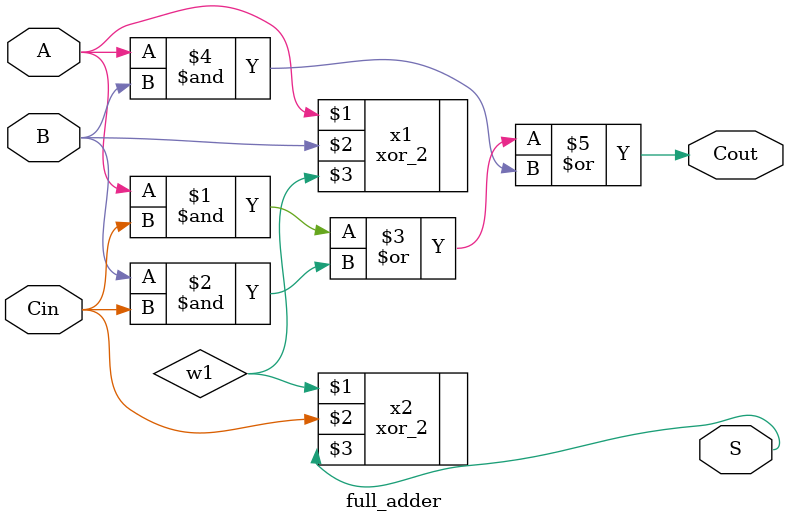
<source format=v>
`include "xor_2.v"

module full_adder(A, B, Cin, S, Cout);

	input A, B, Cin;
	output S, Cout;
	wire w1;
	
	assign Cout = (A & Cin) | (B & Cin) | (A & B);
	
xor_2 x1(A, B, w1);
xor_2 x2(w1, Cin, S);

endmodule

</source>
